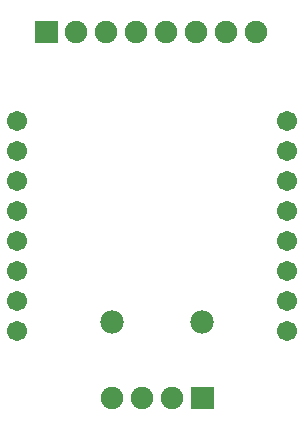
<source format=gbs>
G04 Layer: BottomSolderMaskLayer*
G04 EasyEDA v6.4.25, 2021-10-17T11:29:02+03:00*
G04 a1471bc6611e4e73a61749ba241ce28d,91e0e8a571584a8f85f685312bed6ac2,10*
G04 Gerber Generator version 0.2*
G04 Scale: 100 percent, Rotated: No, Reflected: No *
G04 Dimensions in millimeters *
G04 leading zeros omitted , absolute positions ,4 integer and 5 decimal *
%FSLAX45Y45*%
%MOMM*%

%ADD32C,1.9016*%
%ADD34C,1.7112*%
%ADD38C,1.9812*%

%LPD*%
D32*
G01*
X2362200Y-596900D03*
G01*
X2108200Y-596900D03*
G01*
X1854200Y-596900D03*
G01*
X1600200Y-596900D03*
G01*
X1346200Y-596900D03*
G01*
X1092200Y-596900D03*
G01*
X838200Y-596900D03*
G36*
X489204Y-691895D02*
G01*
X489204Y-501904D01*
X679195Y-501904D01*
X679195Y-691895D01*
G37*
G01*
X1143000Y-3695700D03*
G01*
X1397000Y-3695700D03*
G01*
X1651000Y-3695700D03*
G36*
X1810004Y-3790695D02*
G01*
X1810004Y-3600704D01*
X1999995Y-3600704D01*
X1999995Y-3790695D01*
G37*
D34*
G01*
X337997Y-2875000D03*
G01*
X337997Y-2621000D03*
G01*
X337997Y-2367000D03*
G01*
X337997Y-2113000D03*
G01*
X337997Y-1859000D03*
G01*
X337997Y-1605000D03*
G01*
X337997Y-1351000D03*
G01*
X2623997Y-2875000D03*
G01*
X2623997Y-2621000D03*
G01*
X2623997Y-2367000D03*
G01*
X2623997Y-2113000D03*
G01*
X2623997Y-1859000D03*
G01*
X2623997Y-1605000D03*
G01*
X2623997Y-1351000D03*
G01*
X337997Y-3129000D03*
G01*
X2623997Y-3129000D03*
D38*
G01*
X1143000Y-3048000D03*
G01*
X1905000Y-3048000D03*
M02*

</source>
